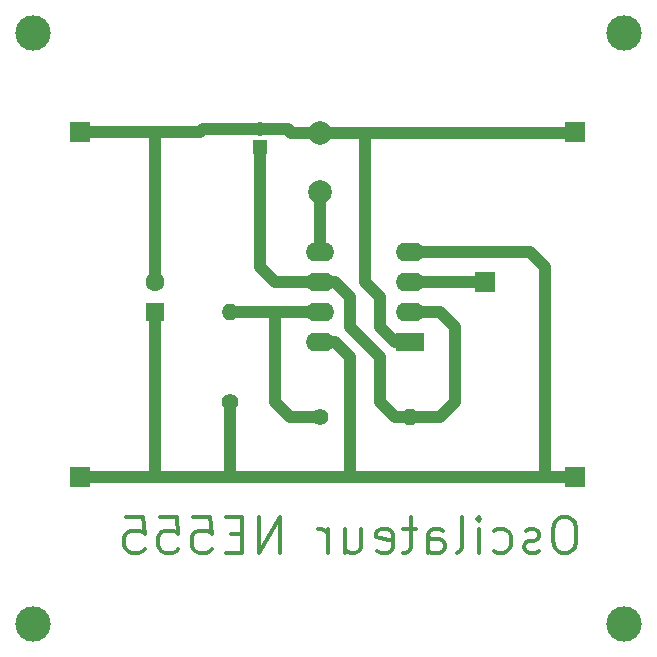
<source format=gbr>
G04 #@! TF.FileFunction,Copper,L2,Bot,Signal*
%FSLAX46Y46*%
G04 Gerber Fmt 4.6, Leading zero omitted, Abs format (unit mm)*
G04 Created by KiCad (PCBNEW 4.0.7) date 02/11/18 19:05:46*
%MOMM*%
%LPD*%
G01*
G04 APERTURE LIST*
%ADD10C,0.100000*%
%ADD11C,0.300000*%
%ADD12R,1.200000X1.200000*%
%ADD13C,1.200000*%
%ADD14R,1.600000X1.600000*%
%ADD15C,1.600000*%
%ADD16C,2.000000*%
%ADD17C,1.400000*%
%ADD18O,1.400000X1.400000*%
%ADD19R,2.400000X1.600000*%
%ADD20O,2.400000X1.600000*%
%ADD21R,1.800000X1.800000*%
%ADD22C,3.000000*%
%ADD23C,1.000000*%
G04 APERTURE END LIST*
D10*
D11*
X175268572Y-125987143D02*
X174697143Y-125987143D01*
X174411429Y-126130000D01*
X174125715Y-126415714D01*
X173982857Y-126987143D01*
X173982857Y-127987143D01*
X174125715Y-128558571D01*
X174411429Y-128844286D01*
X174697143Y-128987143D01*
X175268572Y-128987143D01*
X175554286Y-128844286D01*
X175840000Y-128558571D01*
X175982857Y-127987143D01*
X175982857Y-126987143D01*
X175840000Y-126415714D01*
X175554286Y-126130000D01*
X175268572Y-125987143D01*
X172840000Y-128844286D02*
X172554286Y-128987143D01*
X171982858Y-128987143D01*
X171697143Y-128844286D01*
X171554286Y-128558571D01*
X171554286Y-128415714D01*
X171697143Y-128130000D01*
X171982858Y-127987143D01*
X172411429Y-127987143D01*
X172697143Y-127844286D01*
X172840000Y-127558571D01*
X172840000Y-127415714D01*
X172697143Y-127130000D01*
X172411429Y-126987143D01*
X171982858Y-126987143D01*
X171697143Y-127130000D01*
X168982858Y-128844286D02*
X169268572Y-128987143D01*
X169840001Y-128987143D01*
X170125715Y-128844286D01*
X170268572Y-128701429D01*
X170411429Y-128415714D01*
X170411429Y-127558571D01*
X170268572Y-127272857D01*
X170125715Y-127130000D01*
X169840001Y-126987143D01*
X169268572Y-126987143D01*
X168982858Y-127130000D01*
X167697143Y-128987143D02*
X167697143Y-126987143D01*
X167697143Y-125987143D02*
X167840000Y-126130000D01*
X167697143Y-126272857D01*
X167554286Y-126130000D01*
X167697143Y-125987143D01*
X167697143Y-126272857D01*
X165840001Y-128987143D02*
X166125715Y-128844286D01*
X166268572Y-128558571D01*
X166268572Y-125987143D01*
X163411429Y-128987143D02*
X163411429Y-127415714D01*
X163554286Y-127130000D01*
X163840000Y-126987143D01*
X164411429Y-126987143D01*
X164697143Y-127130000D01*
X163411429Y-128844286D02*
X163697143Y-128987143D01*
X164411429Y-128987143D01*
X164697143Y-128844286D01*
X164840000Y-128558571D01*
X164840000Y-128272857D01*
X164697143Y-127987143D01*
X164411429Y-127844286D01*
X163697143Y-127844286D01*
X163411429Y-127701429D01*
X162411429Y-126987143D02*
X161268572Y-126987143D01*
X161982857Y-125987143D02*
X161982857Y-128558571D01*
X161840000Y-128844286D01*
X161554286Y-128987143D01*
X161268572Y-128987143D01*
X159125714Y-128844286D02*
X159411428Y-128987143D01*
X159982857Y-128987143D01*
X160268571Y-128844286D01*
X160411428Y-128558571D01*
X160411428Y-127415714D01*
X160268571Y-127130000D01*
X159982857Y-126987143D01*
X159411428Y-126987143D01*
X159125714Y-127130000D01*
X158982857Y-127415714D01*
X158982857Y-127701429D01*
X160411428Y-127987143D01*
X156411428Y-126987143D02*
X156411428Y-128987143D01*
X157697142Y-126987143D02*
X157697142Y-128558571D01*
X157554285Y-128844286D01*
X157268571Y-128987143D01*
X156839999Y-128987143D01*
X156554285Y-128844286D01*
X156411428Y-128701429D01*
X154982856Y-128987143D02*
X154982856Y-126987143D01*
X154982856Y-127558571D02*
X154839999Y-127272857D01*
X154697142Y-127130000D01*
X154411428Y-126987143D01*
X154125713Y-126987143D01*
X150839999Y-128987143D02*
X150839999Y-125987143D01*
X149125714Y-128987143D01*
X149125714Y-125987143D01*
X147697142Y-127415714D02*
X146697142Y-127415714D01*
X146268571Y-128987143D02*
X147697142Y-128987143D01*
X147697142Y-125987143D01*
X146268571Y-125987143D01*
X143554285Y-125987143D02*
X144982856Y-125987143D01*
X145125713Y-127415714D01*
X144982856Y-127272857D01*
X144697142Y-127130000D01*
X143982856Y-127130000D01*
X143697142Y-127272857D01*
X143554285Y-127415714D01*
X143411428Y-127701429D01*
X143411428Y-128415714D01*
X143554285Y-128701429D01*
X143697142Y-128844286D01*
X143982856Y-128987143D01*
X144697142Y-128987143D01*
X144982856Y-128844286D01*
X145125713Y-128701429D01*
X140697142Y-125987143D02*
X142125713Y-125987143D01*
X142268570Y-127415714D01*
X142125713Y-127272857D01*
X141839999Y-127130000D01*
X141125713Y-127130000D01*
X140839999Y-127272857D01*
X140697142Y-127415714D01*
X140554285Y-127701429D01*
X140554285Y-128415714D01*
X140697142Y-128701429D01*
X140839999Y-128844286D01*
X141125713Y-128987143D01*
X141839999Y-128987143D01*
X142125713Y-128844286D01*
X142268570Y-128701429D01*
X137839999Y-125987143D02*
X139268570Y-125987143D01*
X139411427Y-127415714D01*
X139268570Y-127272857D01*
X138982856Y-127130000D01*
X138268570Y-127130000D01*
X137982856Y-127272857D01*
X137839999Y-127415714D01*
X137697142Y-127701429D01*
X137697142Y-128415714D01*
X137839999Y-128701429D01*
X137982856Y-128844286D01*
X138268570Y-128987143D01*
X138982856Y-128987143D01*
X139268570Y-128844286D01*
X139411427Y-128701429D01*
D12*
X149220000Y-94610000D03*
D13*
X149220000Y-93110000D03*
D14*
X140330000Y-108580000D03*
D15*
X140330000Y-106080000D03*
D16*
X154300000Y-98420000D03*
X154300000Y-93420000D03*
D17*
X146680000Y-116200000D03*
D18*
X146680000Y-108580000D03*
D17*
X154300000Y-117470000D03*
D18*
X161920000Y-117470000D03*
D19*
X161920000Y-111120000D03*
D20*
X154300000Y-103500000D03*
X161920000Y-108580000D03*
X154300000Y-106040000D03*
X161920000Y-106040000D03*
X154300000Y-108580000D03*
X161920000Y-103500000D03*
X154300000Y-111120000D03*
D21*
X133980000Y-122550000D03*
X175890000Y-93340000D03*
X175890000Y-122550000D03*
X168270000Y-106040000D03*
X133980000Y-93340000D03*
D22*
X130000000Y-85000000D03*
X180000000Y-85000000D03*
X180000000Y-135000000D03*
X130000000Y-135000000D03*
D23*
X154300000Y-106040000D02*
X150490000Y-106040000D01*
X149220000Y-104770000D02*
X149220000Y-94610000D01*
X150490000Y-106040000D02*
X149220000Y-104770000D01*
X154300000Y-106040000D02*
X155570000Y-106040000D01*
X160650000Y-117470000D02*
X161920000Y-117470000D01*
X159380000Y-116200000D02*
X160650000Y-117470000D01*
X159380000Y-112390000D02*
X159380000Y-116200000D01*
X156840000Y-109850000D02*
X159380000Y-112390000D01*
X156840000Y-107310000D02*
X156840000Y-109850000D01*
X155570000Y-106040000D02*
X156840000Y-107310000D01*
X161920000Y-108580000D02*
X164460000Y-108580000D01*
X164460000Y-117470000D02*
X161920000Y-117470000D01*
X165730000Y-116200000D02*
X164460000Y-117470000D01*
X165730000Y-109850000D02*
X165730000Y-116200000D01*
X164460000Y-108580000D02*
X165730000Y-109850000D01*
X140330000Y-106080000D02*
X140330000Y-93340000D01*
X149220000Y-93110000D02*
X144370000Y-93110000D01*
X144140000Y-93340000D02*
X140330000Y-93340000D01*
X140330000Y-93340000D02*
X133980000Y-93340000D01*
X144370000Y-93110000D02*
X144140000Y-93340000D01*
X161920000Y-111120000D02*
X160650000Y-111120000D01*
X158110000Y-106040000D02*
X158110000Y-93420000D01*
X159380000Y-107310000D02*
X158110000Y-106040000D01*
X159380000Y-109850000D02*
X159380000Y-107310000D01*
X160650000Y-111120000D02*
X159380000Y-109850000D01*
X154300000Y-93420000D02*
X158110000Y-93420000D01*
X158110000Y-93420000D02*
X175810000Y-93420000D01*
X175810000Y-93420000D02*
X175890000Y-93340000D01*
X149220000Y-93110000D02*
X151530000Y-93110000D01*
X151840000Y-93420000D02*
X154300000Y-93420000D01*
X151530000Y-93110000D02*
X151840000Y-93420000D01*
X140330000Y-108580000D02*
X140330000Y-122550000D01*
X133980000Y-122550000D02*
X140330000Y-122550000D01*
X140330000Y-122550000D02*
X146680000Y-122550000D01*
X161920000Y-103500000D02*
X172080000Y-103500000D01*
X173350000Y-104770000D02*
X173350000Y-122550000D01*
X172080000Y-103500000D02*
X173350000Y-104770000D01*
X154300000Y-111120000D02*
X155570000Y-111120000D01*
X156840000Y-112390000D02*
X156840000Y-122550000D01*
X155570000Y-111120000D02*
X156840000Y-112390000D01*
X146680000Y-116200000D02*
X146680000Y-122550000D01*
X146680000Y-122550000D02*
X156840000Y-122550000D01*
X156840000Y-122550000D02*
X173350000Y-122550000D01*
X173350000Y-122550000D02*
X175890000Y-122550000D01*
X154300000Y-103500000D02*
X154300000Y-98420000D01*
X154300000Y-117470000D02*
X151760000Y-117470000D01*
X150490000Y-116200000D02*
X150490000Y-108580000D01*
X151760000Y-117470000D02*
X150490000Y-116200000D01*
X146680000Y-108580000D02*
X150490000Y-108580000D01*
X150490000Y-108580000D02*
X154300000Y-108580000D01*
X161920000Y-106040000D02*
X168270000Y-106040000D01*
M02*

</source>
